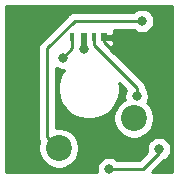
<source format=gbr>
%TF.GenerationSoftware,KiCad,Pcbnew,5.1.9*%
%TF.CreationDate,2021-04-13T03:12:43+02:00*%
%TF.ProjectId,_autosave-keycap,5f617574-6f73-4617-9665-2d6b65796361,rev?*%
%TF.SameCoordinates,Original*%
%TF.FileFunction,Copper,L1,Top*%
%TF.FilePolarity,Positive*%
%FSLAX46Y46*%
G04 Gerber Fmt 4.6, Leading zero omitted, Abs format (unit mm)*
G04 Created by KiCad (PCBNEW 5.1.9) date 2021-04-13 03:12:43*
%MOMM*%
%LPD*%
G01*
G04 APERTURE LIST*
%TA.AperFunction,ComponentPad*%
%ADD10C,2.200000*%
%TD*%
%TA.AperFunction,SMDPad,CuDef*%
%ADD11R,0.450000X0.800000*%
%TD*%
%TA.AperFunction,SMDPad,CuDef*%
%ADD12R,0.600000X0.800000*%
%TD*%
%TA.AperFunction,SMDPad,CuDef*%
%ADD13R,0.350000X0.800000*%
%TD*%
%TA.AperFunction,SMDPad,CuDef*%
%ADD14R,0.500000X0.800000*%
%TD*%
%TA.AperFunction,ViaPad*%
%ADD15C,0.800000*%
%TD*%
%TA.AperFunction,Conductor*%
%ADD16C,0.250000*%
%TD*%
%TA.AperFunction,Conductor*%
%ADD17C,0.500000*%
%TD*%
%TA.AperFunction,Conductor*%
%ADD18C,0.240000*%
%TD*%
%TA.AperFunction,Conductor*%
%ADD19C,0.254000*%
%TD*%
%TA.AperFunction,Conductor*%
%ADD20C,0.100000*%
%TD*%
G04 APERTURE END LIST*
D10*
%TO.P,SW1,1*%
%TO.N,N/C*%
X118579900Y-118338600D03*
%TO.P,SW1,2*%
X124929900Y-115798600D03*
%TD*%
D11*
%TO.P,REF\u002A\u002A,1*%
%TO.N,/DIN*%
X119723000Y-108952200D03*
D12*
%TO.P,REF\u002A\u002A,2*%
%TO.N,/VCC*%
X120698000Y-108952200D03*
D13*
%TO.P,REF\u002A\u002A,3*%
%TO.N,/DOUT*%
X121573000Y-108952200D03*
D14*
%TO.P,REF\u002A\u002A,4*%
%TO.N,GND*%
X122398000Y-108952200D03*
%TD*%
D15*
%TO.N,*%
X125628400Y-107543600D03*
X127050800Y-118414800D03*
X122859800Y-120091200D03*
%TO.N,/VCC*%
X120698000Y-109953800D03*
%TO.N,GND*%
X122986800Y-116890800D03*
X126949200Y-113233200D03*
X115468400Y-108153200D03*
X123896120Y-109717840D03*
X116347240Y-113197640D03*
X118988840Y-116342160D03*
%TO.N,/DIN*%
X118910100Y-110662720D03*
%TO.N,/DOUT*%
X125183900Y-113931700D03*
%TD*%
D16*
%TO.N,*%
X118579900Y-118389400D02*
X117602000Y-117411500D01*
X117602000Y-109863198D02*
X119921598Y-107543600D01*
X117602000Y-117411500D02*
X117602000Y-109863198D01*
X123939300Y-107543600D02*
X123939300Y-107543600D01*
X119921598Y-107543600D02*
X123939300Y-107543600D01*
X123939300Y-107543600D02*
X125628400Y-107543600D01*
X125628400Y-107543600D02*
X125628400Y-107543600D01*
X127050800Y-118414800D02*
X127050800Y-118414800D01*
X127050800Y-118719600D02*
X127050800Y-118414800D01*
X125679200Y-120091200D02*
X127050800Y-118719600D01*
X122783600Y-120091200D02*
X125679200Y-120091200D01*
%TO.N,/VCC*%
X120698000Y-109953800D02*
X120698000Y-109953800D01*
D17*
X120698000Y-108952200D02*
X120698000Y-109953800D01*
D16*
%TO.N,GND*%
X122398000Y-108952200D02*
X122398000Y-109202700D01*
X118912640Y-116342160D02*
X118988840Y-116342160D01*
X122398000Y-108952200D02*
X122398000Y-109103640D01*
X122438160Y-116342160D02*
X122229880Y-116342160D01*
X122986800Y-116890800D02*
X122438160Y-116342160D01*
X118988840Y-116342160D02*
X122229880Y-116342160D01*
X122398000Y-108952200D02*
X122398000Y-109357640D01*
D18*
X122398000Y-109357640D02*
X123169680Y-110129320D01*
D16*
X123484640Y-110129320D02*
X123896120Y-109717840D01*
X123169680Y-110129320D02*
X123484640Y-110129320D01*
%TO.N,/DIN*%
X119723000Y-109849820D02*
X118910100Y-110662720D01*
X119723000Y-108952200D02*
X119723000Y-109849820D01*
%TO.N,/DOUT*%
X121573000Y-108952200D02*
X121573000Y-109362202D01*
X121573000Y-109602200D02*
X121573000Y-108952200D01*
X125183900Y-113213100D02*
X121573000Y-109602200D01*
X125183900Y-113931700D02*
X125183900Y-113213100D01*
%TD*%
D19*
%TO.N,GND*%
X128199343Y-106257417D02*
X128192398Y-120361158D01*
X126484251Y-120360950D01*
X127493497Y-119351705D01*
X127541056Y-119332005D01*
X127710574Y-119218737D01*
X127854737Y-119074574D01*
X127968005Y-118905056D01*
X128046026Y-118716698D01*
X128085800Y-118516739D01*
X128085800Y-118312861D01*
X128046026Y-118112902D01*
X127968005Y-117924544D01*
X127854737Y-117755026D01*
X127710574Y-117610863D01*
X127541056Y-117497595D01*
X127352698Y-117419574D01*
X127152739Y-117379800D01*
X126948861Y-117379800D01*
X126748902Y-117419574D01*
X126560544Y-117497595D01*
X126391026Y-117610863D01*
X126246863Y-117755026D01*
X126133595Y-117924544D01*
X126055574Y-118112902D01*
X126015800Y-118312861D01*
X126015800Y-118516739D01*
X126042853Y-118652745D01*
X125364399Y-119331200D01*
X123563511Y-119331200D01*
X123519574Y-119287263D01*
X123350056Y-119173995D01*
X123161698Y-119095974D01*
X122961739Y-119056200D01*
X122757861Y-119056200D01*
X122557902Y-119095974D01*
X122369544Y-119173995D01*
X122200026Y-119287263D01*
X122055863Y-119431426D01*
X121942595Y-119600944D01*
X121864574Y-119789302D01*
X121824800Y-119989261D01*
X121824800Y-120193139D01*
X121858067Y-120360387D01*
X114096140Y-120359443D01*
X114096140Y-109863198D01*
X116838324Y-109863198D01*
X116842001Y-109900530D01*
X116842000Y-117374178D01*
X116838324Y-117411500D01*
X116842000Y-117448822D01*
X116842000Y-117448832D01*
X116852997Y-117560485D01*
X116896454Y-117703746D01*
X116935025Y-117775906D01*
X116911575Y-117832519D01*
X116844900Y-118167717D01*
X116844900Y-118509483D01*
X116911575Y-118844681D01*
X117042363Y-119160431D01*
X117232237Y-119444598D01*
X117473902Y-119686263D01*
X117758069Y-119876137D01*
X118073819Y-120006925D01*
X118409017Y-120073600D01*
X118750783Y-120073600D01*
X119085981Y-120006925D01*
X119401731Y-119876137D01*
X119685898Y-119686263D01*
X119927563Y-119444598D01*
X120117437Y-119160431D01*
X120248225Y-118844681D01*
X120314900Y-118509483D01*
X120314900Y-118167717D01*
X120248225Y-117832519D01*
X120117437Y-117516769D01*
X119927563Y-117232602D01*
X119685898Y-116990937D01*
X119401731Y-116801063D01*
X119085981Y-116670275D01*
X118750783Y-116603600D01*
X118409017Y-116603600D01*
X118362000Y-116612952D01*
X118362000Y-111541275D01*
X118419844Y-111579925D01*
X118608202Y-111657946D01*
X118808161Y-111697720D01*
X118993759Y-111697720D01*
X118784793Y-112010459D01*
X118586161Y-112489999D01*
X118484900Y-112999075D01*
X118484900Y-113518125D01*
X118586161Y-114027201D01*
X118784793Y-114506741D01*
X119073162Y-114938315D01*
X119440185Y-115305338D01*
X119871759Y-115593707D01*
X120351299Y-115792339D01*
X120860375Y-115893600D01*
X121379425Y-115893600D01*
X121888501Y-115792339D01*
X122368041Y-115593707D01*
X122799615Y-115305338D01*
X123166638Y-114938315D01*
X123455007Y-114506741D01*
X123653639Y-114027201D01*
X123754900Y-113518125D01*
X123754900Y-112999075D01*
X123720095Y-112824097D01*
X124295032Y-113399034D01*
X124266695Y-113441444D01*
X124188674Y-113629802D01*
X124148900Y-113829761D01*
X124148900Y-114033639D01*
X124187586Y-114228126D01*
X124108069Y-114261063D01*
X123823902Y-114450937D01*
X123582237Y-114692602D01*
X123392363Y-114976769D01*
X123261575Y-115292519D01*
X123194900Y-115627717D01*
X123194900Y-115969483D01*
X123261575Y-116304681D01*
X123392363Y-116620431D01*
X123582237Y-116904598D01*
X123823902Y-117146263D01*
X124108069Y-117336137D01*
X124423819Y-117466925D01*
X124759017Y-117533600D01*
X125100783Y-117533600D01*
X125435981Y-117466925D01*
X125751731Y-117336137D01*
X126035898Y-117146263D01*
X126277563Y-116904598D01*
X126467437Y-116620431D01*
X126598225Y-116304681D01*
X126664900Y-115969483D01*
X126664900Y-115627717D01*
X126598225Y-115292519D01*
X126467437Y-114976769D01*
X126277563Y-114692602D01*
X126063379Y-114478418D01*
X126101105Y-114421956D01*
X126179126Y-114233598D01*
X126218900Y-114033639D01*
X126218900Y-113829761D01*
X126179126Y-113629802D01*
X126101105Y-113441444D01*
X125987837Y-113271926D01*
X125945912Y-113230001D01*
X125947576Y-113213100D01*
X125943900Y-113175775D01*
X125943900Y-113175767D01*
X125932903Y-113064114D01*
X125889446Y-112920853D01*
X125818874Y-112788824D01*
X125723901Y-112673099D01*
X125694903Y-112649301D01*
X122954157Y-109908556D01*
X123014143Y-109874766D01*
X123109055Y-109793294D01*
X123186249Y-109694872D01*
X123242759Y-109583280D01*
X123276412Y-109462808D01*
X123285916Y-109338086D01*
X123283000Y-109237950D01*
X123124250Y-109079200D01*
X122521000Y-109079200D01*
X122521000Y-109099200D01*
X122386072Y-109099200D01*
X122386072Y-108805200D01*
X122521000Y-108805200D01*
X122521000Y-108825200D01*
X123124250Y-108825200D01*
X123283000Y-108666450D01*
X123285916Y-108566314D01*
X123276412Y-108441592D01*
X123242759Y-108321120D01*
X123233887Y-108303600D01*
X124924689Y-108303600D01*
X124968626Y-108347537D01*
X125138144Y-108460805D01*
X125326502Y-108538826D01*
X125526461Y-108578600D01*
X125730339Y-108578600D01*
X125930298Y-108538826D01*
X126118656Y-108460805D01*
X126288174Y-108347537D01*
X126432337Y-108203374D01*
X126545605Y-108033856D01*
X126623626Y-107845498D01*
X126663400Y-107645539D01*
X126663400Y-107441661D01*
X126623626Y-107241702D01*
X126545605Y-107053344D01*
X126432337Y-106883826D01*
X126288174Y-106739663D01*
X126118656Y-106626395D01*
X125930298Y-106548374D01*
X125730339Y-106508600D01*
X125526461Y-106508600D01*
X125326502Y-106548374D01*
X125138144Y-106626395D01*
X124968626Y-106739663D01*
X124924689Y-106783600D01*
X119958921Y-106783600D01*
X119921598Y-106779924D01*
X119884275Y-106783600D01*
X119884265Y-106783600D01*
X119772612Y-106794597D01*
X119629351Y-106838054D01*
X119497321Y-106908626D01*
X119413681Y-106977268D01*
X119381597Y-107003599D01*
X119357799Y-107032597D01*
X117090998Y-109299399D01*
X117062000Y-109323197D01*
X117038202Y-109352195D01*
X117038201Y-109352196D01*
X116967026Y-109438922D01*
X116896454Y-109570952D01*
X116866180Y-109670756D01*
X116852998Y-109714212D01*
X116849356Y-109751186D01*
X116838324Y-109863198D01*
X114096140Y-109863198D01*
X114096140Y-106254502D01*
X128199343Y-106257417D01*
%TA.AperFunction,Conductor*%
D20*
G36*
X128199343Y-106257417D02*
G01*
X128192398Y-120361158D01*
X126484251Y-120360950D01*
X127493497Y-119351705D01*
X127541056Y-119332005D01*
X127710574Y-119218737D01*
X127854737Y-119074574D01*
X127968005Y-118905056D01*
X128046026Y-118716698D01*
X128085800Y-118516739D01*
X128085800Y-118312861D01*
X128046026Y-118112902D01*
X127968005Y-117924544D01*
X127854737Y-117755026D01*
X127710574Y-117610863D01*
X127541056Y-117497595D01*
X127352698Y-117419574D01*
X127152739Y-117379800D01*
X126948861Y-117379800D01*
X126748902Y-117419574D01*
X126560544Y-117497595D01*
X126391026Y-117610863D01*
X126246863Y-117755026D01*
X126133595Y-117924544D01*
X126055574Y-118112902D01*
X126015800Y-118312861D01*
X126015800Y-118516739D01*
X126042853Y-118652745D01*
X125364399Y-119331200D01*
X123563511Y-119331200D01*
X123519574Y-119287263D01*
X123350056Y-119173995D01*
X123161698Y-119095974D01*
X122961739Y-119056200D01*
X122757861Y-119056200D01*
X122557902Y-119095974D01*
X122369544Y-119173995D01*
X122200026Y-119287263D01*
X122055863Y-119431426D01*
X121942595Y-119600944D01*
X121864574Y-119789302D01*
X121824800Y-119989261D01*
X121824800Y-120193139D01*
X121858067Y-120360387D01*
X114096140Y-120359443D01*
X114096140Y-109863198D01*
X116838324Y-109863198D01*
X116842001Y-109900530D01*
X116842000Y-117374178D01*
X116838324Y-117411500D01*
X116842000Y-117448822D01*
X116842000Y-117448832D01*
X116852997Y-117560485D01*
X116896454Y-117703746D01*
X116935025Y-117775906D01*
X116911575Y-117832519D01*
X116844900Y-118167717D01*
X116844900Y-118509483D01*
X116911575Y-118844681D01*
X117042363Y-119160431D01*
X117232237Y-119444598D01*
X117473902Y-119686263D01*
X117758069Y-119876137D01*
X118073819Y-120006925D01*
X118409017Y-120073600D01*
X118750783Y-120073600D01*
X119085981Y-120006925D01*
X119401731Y-119876137D01*
X119685898Y-119686263D01*
X119927563Y-119444598D01*
X120117437Y-119160431D01*
X120248225Y-118844681D01*
X120314900Y-118509483D01*
X120314900Y-118167717D01*
X120248225Y-117832519D01*
X120117437Y-117516769D01*
X119927563Y-117232602D01*
X119685898Y-116990937D01*
X119401731Y-116801063D01*
X119085981Y-116670275D01*
X118750783Y-116603600D01*
X118409017Y-116603600D01*
X118362000Y-116612952D01*
X118362000Y-111541275D01*
X118419844Y-111579925D01*
X118608202Y-111657946D01*
X118808161Y-111697720D01*
X118993759Y-111697720D01*
X118784793Y-112010459D01*
X118586161Y-112489999D01*
X118484900Y-112999075D01*
X118484900Y-113518125D01*
X118586161Y-114027201D01*
X118784793Y-114506741D01*
X119073162Y-114938315D01*
X119440185Y-115305338D01*
X119871759Y-115593707D01*
X120351299Y-115792339D01*
X120860375Y-115893600D01*
X121379425Y-115893600D01*
X121888501Y-115792339D01*
X122368041Y-115593707D01*
X122799615Y-115305338D01*
X123166638Y-114938315D01*
X123455007Y-114506741D01*
X123653639Y-114027201D01*
X123754900Y-113518125D01*
X123754900Y-112999075D01*
X123720095Y-112824097D01*
X124295032Y-113399034D01*
X124266695Y-113441444D01*
X124188674Y-113629802D01*
X124148900Y-113829761D01*
X124148900Y-114033639D01*
X124187586Y-114228126D01*
X124108069Y-114261063D01*
X123823902Y-114450937D01*
X123582237Y-114692602D01*
X123392363Y-114976769D01*
X123261575Y-115292519D01*
X123194900Y-115627717D01*
X123194900Y-115969483D01*
X123261575Y-116304681D01*
X123392363Y-116620431D01*
X123582237Y-116904598D01*
X123823902Y-117146263D01*
X124108069Y-117336137D01*
X124423819Y-117466925D01*
X124759017Y-117533600D01*
X125100783Y-117533600D01*
X125435981Y-117466925D01*
X125751731Y-117336137D01*
X126035898Y-117146263D01*
X126277563Y-116904598D01*
X126467437Y-116620431D01*
X126598225Y-116304681D01*
X126664900Y-115969483D01*
X126664900Y-115627717D01*
X126598225Y-115292519D01*
X126467437Y-114976769D01*
X126277563Y-114692602D01*
X126063379Y-114478418D01*
X126101105Y-114421956D01*
X126179126Y-114233598D01*
X126218900Y-114033639D01*
X126218900Y-113829761D01*
X126179126Y-113629802D01*
X126101105Y-113441444D01*
X125987837Y-113271926D01*
X125945912Y-113230001D01*
X125947576Y-113213100D01*
X125943900Y-113175775D01*
X125943900Y-113175767D01*
X125932903Y-113064114D01*
X125889446Y-112920853D01*
X125818874Y-112788824D01*
X125723901Y-112673099D01*
X125694903Y-112649301D01*
X122954157Y-109908556D01*
X123014143Y-109874766D01*
X123109055Y-109793294D01*
X123186249Y-109694872D01*
X123242759Y-109583280D01*
X123276412Y-109462808D01*
X123285916Y-109338086D01*
X123283000Y-109237950D01*
X123124250Y-109079200D01*
X122521000Y-109079200D01*
X122521000Y-109099200D01*
X122386072Y-109099200D01*
X122386072Y-108805200D01*
X122521000Y-108805200D01*
X122521000Y-108825200D01*
X123124250Y-108825200D01*
X123283000Y-108666450D01*
X123285916Y-108566314D01*
X123276412Y-108441592D01*
X123242759Y-108321120D01*
X123233887Y-108303600D01*
X124924689Y-108303600D01*
X124968626Y-108347537D01*
X125138144Y-108460805D01*
X125326502Y-108538826D01*
X125526461Y-108578600D01*
X125730339Y-108578600D01*
X125930298Y-108538826D01*
X126118656Y-108460805D01*
X126288174Y-108347537D01*
X126432337Y-108203374D01*
X126545605Y-108033856D01*
X126623626Y-107845498D01*
X126663400Y-107645539D01*
X126663400Y-107441661D01*
X126623626Y-107241702D01*
X126545605Y-107053344D01*
X126432337Y-106883826D01*
X126288174Y-106739663D01*
X126118656Y-106626395D01*
X125930298Y-106548374D01*
X125730339Y-106508600D01*
X125526461Y-106508600D01*
X125326502Y-106548374D01*
X125138144Y-106626395D01*
X124968626Y-106739663D01*
X124924689Y-106783600D01*
X119958921Y-106783600D01*
X119921598Y-106779924D01*
X119884275Y-106783600D01*
X119884265Y-106783600D01*
X119772612Y-106794597D01*
X119629351Y-106838054D01*
X119497321Y-106908626D01*
X119413681Y-106977268D01*
X119381597Y-107003599D01*
X119357799Y-107032597D01*
X117090998Y-109299399D01*
X117062000Y-109323197D01*
X117038202Y-109352195D01*
X117038201Y-109352196D01*
X116967026Y-109438922D01*
X116896454Y-109570952D01*
X116866180Y-109670756D01*
X116852998Y-109714212D01*
X116849356Y-109751186D01*
X116838324Y-109863198D01*
X114096140Y-109863198D01*
X114096140Y-106254502D01*
X128199343Y-106257417D01*
G37*
%TD.AperFunction*%
%TD*%
M02*

</source>
